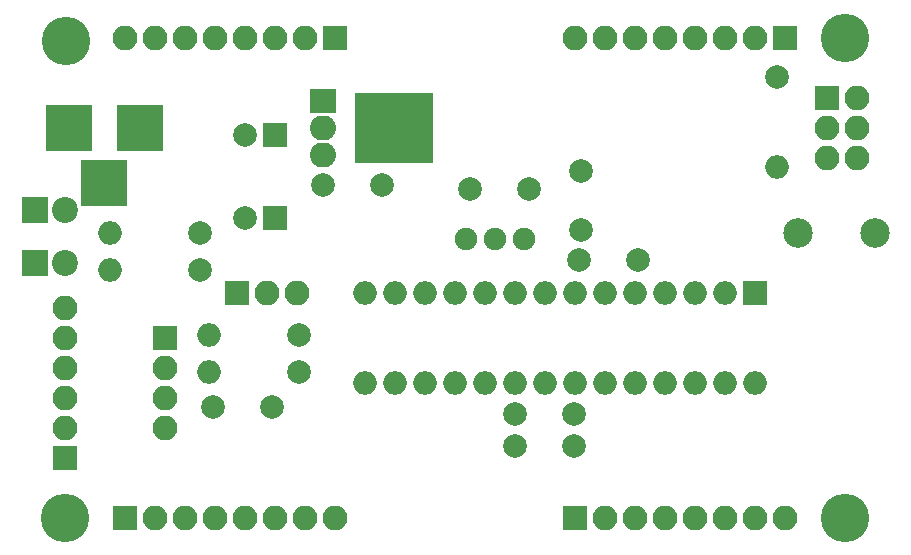
<source format=gts>
G04 #@! TF.FileFunction,Soldermask,Top*
%FSLAX46Y46*%
G04 Gerber Fmt 4.6, Leading zero omitted, Abs format (unit mm)*
G04 Created by KiCad (PCBNEW 4.0.7-e2-6376~58~ubuntu16.04.1) date Thu Feb  1 11:17:09 2018*
%MOMM*%
%LPD*%
G01*
G04 APERTURE LIST*
%ADD10C,0.100000*%
%ADD11C,4.100000*%
%ADD12C,2.000000*%
%ADD13R,2.200000X2.200000*%
%ADD14C,2.200000*%
%ADD15R,3.900000X3.900000*%
%ADD16R,2.100000X2.100000*%
%ADD17O,2.100000X2.100000*%
%ADD18O,2.000000X2.000000*%
%ADD19R,6.600000X5.900000*%
%ADD20R,2.200000X2.114500*%
%ADD21O,2.200000X2.114500*%
%ADD22R,2.000000X2.000000*%
%ADD23C,2.500000*%
%ADD24C,1.900000*%
G04 APERTURE END LIST*
D10*
D11*
X180340000Y-40640000D03*
X180340000Y-81280000D03*
X114300000Y-81280000D03*
D12*
X136144000Y-53086000D03*
X141144000Y-53086000D03*
X152400000Y-75184000D03*
X157400000Y-75184000D03*
X157988000Y-56896000D03*
X157988000Y-51896000D03*
X148590000Y-53467000D03*
X153590000Y-53467000D03*
X126873000Y-71882000D03*
X131873000Y-71882000D03*
X152400000Y-72517000D03*
X157400000Y-72517000D03*
D13*
X111760000Y-55245000D03*
D14*
X114300000Y-55245000D03*
D15*
X120650000Y-48260000D03*
X114650000Y-48260000D03*
X117650000Y-52960000D03*
D16*
X128905000Y-62230000D03*
D17*
X131445000Y-62230000D03*
X133985000Y-62230000D03*
D12*
X125730000Y-57150000D03*
D18*
X118110000Y-57150000D03*
D12*
X125730000Y-60325000D03*
D18*
X118110000Y-60325000D03*
D19*
X142217333Y-48260000D03*
D20*
X136144000Y-45974000D03*
D21*
X136144000Y-48260000D03*
X136144000Y-50546000D03*
D22*
X172720000Y-62230000D03*
D18*
X139700000Y-69850000D03*
X170180000Y-62230000D03*
X142240000Y-69850000D03*
X167640000Y-62230000D03*
X144780000Y-69850000D03*
X165100000Y-62230000D03*
X147320000Y-69850000D03*
X162560000Y-62230000D03*
X149860000Y-69850000D03*
X160020000Y-62230000D03*
X152400000Y-69850000D03*
X157480000Y-62230000D03*
X154940000Y-69850000D03*
X154940000Y-62230000D03*
X157480000Y-69850000D03*
X152400000Y-62230000D03*
X160020000Y-69850000D03*
X149860000Y-62230000D03*
X162560000Y-69850000D03*
X147320000Y-62230000D03*
X165100000Y-69850000D03*
X144780000Y-62230000D03*
X167640000Y-69850000D03*
X142240000Y-62230000D03*
X170180000Y-69850000D03*
X139700000Y-62230000D03*
X172720000Y-69850000D03*
D12*
X157861000Y-59436000D03*
X162861000Y-59436000D03*
D16*
X175260000Y-40640000D03*
D17*
X172720000Y-40640000D03*
X170180000Y-40640000D03*
X167640000Y-40640000D03*
X165100000Y-40640000D03*
X162560000Y-40640000D03*
X160020000Y-40640000D03*
X157480000Y-40640000D03*
D16*
X137160000Y-40640000D03*
D17*
X134620000Y-40640000D03*
X132080000Y-40640000D03*
X129540000Y-40640000D03*
X127000000Y-40640000D03*
X124460000Y-40640000D03*
X121920000Y-40640000D03*
X119380000Y-40640000D03*
D16*
X119380000Y-81280000D03*
D17*
X121920000Y-81280000D03*
X124460000Y-81280000D03*
X127000000Y-81280000D03*
X129540000Y-81280000D03*
X132080000Y-81280000D03*
X134620000Y-81280000D03*
X137160000Y-81280000D03*
D16*
X157480000Y-81280000D03*
D17*
X160020000Y-81280000D03*
X162560000Y-81280000D03*
X165100000Y-81280000D03*
X167640000Y-81280000D03*
X170180000Y-81280000D03*
X172720000Y-81280000D03*
X175260000Y-81280000D03*
D16*
X178816000Y-45720000D03*
D17*
X181356000Y-45720000D03*
X178816000Y-48260000D03*
X181356000Y-48260000D03*
X178816000Y-50800000D03*
X181356000Y-50800000D03*
D13*
X111760000Y-59690000D03*
D14*
X114300000Y-59690000D03*
D16*
X114300000Y-76200000D03*
D17*
X114300000Y-73660000D03*
X114300000Y-71120000D03*
X114300000Y-68580000D03*
X114300000Y-66040000D03*
X114300000Y-63500000D03*
D16*
X122809000Y-66040000D03*
D17*
X122809000Y-68580000D03*
X122809000Y-71120000D03*
X122809000Y-73660000D03*
D12*
X174625000Y-43942000D03*
D18*
X174625000Y-51562000D03*
D12*
X134112000Y-68961000D03*
D18*
X126492000Y-68961000D03*
D12*
X134112000Y-65786000D03*
D18*
X126492000Y-65786000D03*
D22*
X132080000Y-48895000D03*
D12*
X129580000Y-48895000D03*
D22*
X132080000Y-55880000D03*
D12*
X129580000Y-55880000D03*
D11*
X114427000Y-40894000D03*
D23*
X182880000Y-57150000D03*
X176380000Y-57150000D03*
D24*
X150722000Y-57658000D03*
X153162000Y-57658000D03*
X148282000Y-57658000D03*
M02*

</source>
